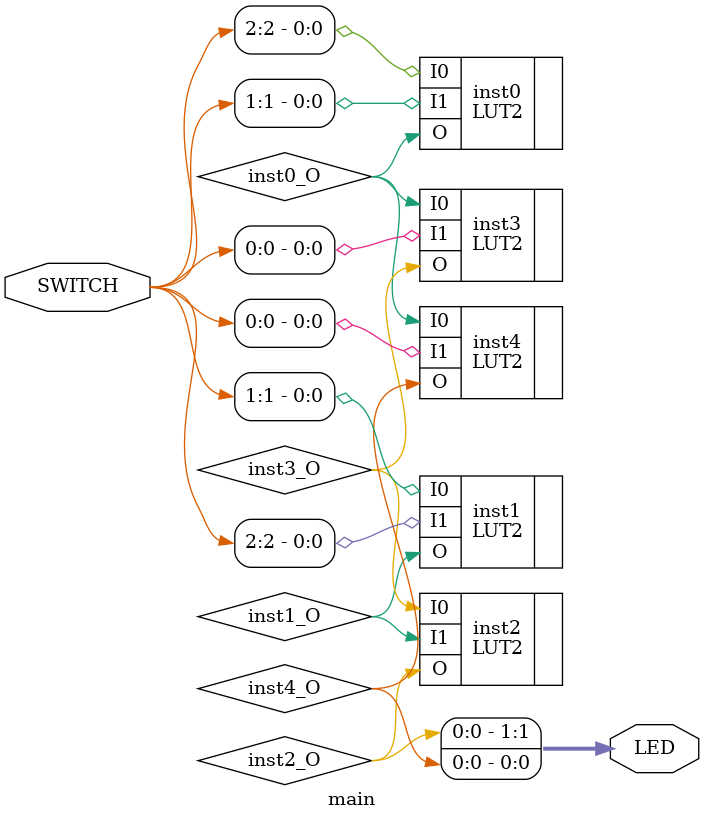
<source format=v>
module main (input [0:2] SWITCH, output [0:1] LED);
wire inst0_O;
wire inst1_O;
wire inst2_O;
wire inst3_O;
wire inst4_O;
LUT2 #(.INIT(4'h6)) inst0 (.I0(SWITCH[2]), .I1(SWITCH[1]), .O(inst0_O));
LUT2 #(.INIT(4'h8)) inst1 (.I0(SWITCH[1]), .I1(SWITCH[2]), .O(inst1_O));
LUT2 #(.INIT(4'hE)) inst2 (.I0(inst3_O), .I1(inst1_O), .O(inst2_O));
LUT2 #(.INIT(4'h8)) inst3 (.I0(inst0_O), .I1(SWITCH[0]), .O(inst3_O));
LUT2 #(.INIT(4'h6)) inst4 (.I0(inst0_O), .I1(SWITCH[0]), .O(inst4_O));
assign LED = {inst2_O, inst4_O};
endmodule


</source>
